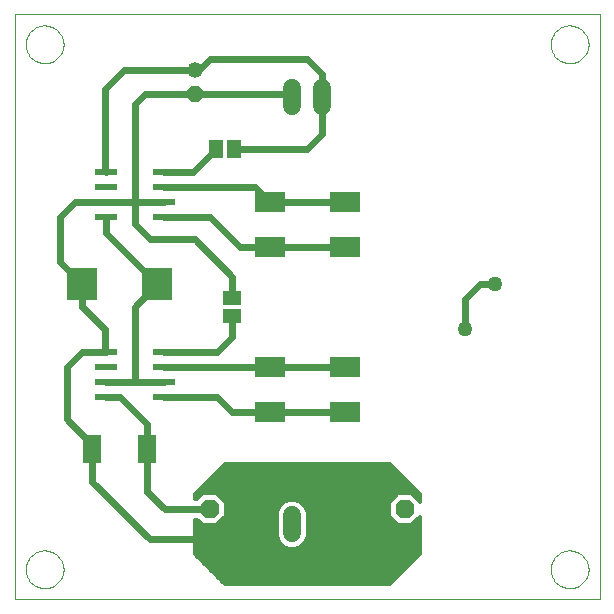
<source format=gbl>
G75*
%MOIN*%
%OFA0B0*%
%FSLAX24Y24*%
%IPPOS*%
%LPD*%
%AMOC8*
5,1,8,0,0,1.08239X$1,22.5*
%
%ADD10C,0.0000*%
%ADD11C,0.0600*%
%ADD12OC8,0.0520*%
%ADD13C,0.0520*%
%ADD14R,0.0780X0.0220*%
%ADD15R,0.0460X0.0630*%
%ADD16R,0.0591X0.0945*%
%ADD17R,0.0630X0.0460*%
%ADD18R,0.0984X0.0669*%
%ADD19OC8,0.0630*%
%ADD20C,0.0630*%
%ADD21R,0.1004X0.1063*%
%ADD22C,0.0240*%
%ADD23C,0.0120*%
%ADD24C,0.0500*%
D10*
X000100Y000100D02*
X000100Y019600D01*
X019600Y019600D01*
X019600Y000100D01*
X000100Y000100D01*
X000470Y001100D02*
X000472Y001150D01*
X000478Y001200D01*
X000488Y001249D01*
X000502Y001297D01*
X000519Y001344D01*
X000540Y001389D01*
X000565Y001433D01*
X000593Y001474D01*
X000625Y001513D01*
X000659Y001550D01*
X000696Y001584D01*
X000736Y001614D01*
X000778Y001641D01*
X000822Y001665D01*
X000868Y001686D01*
X000915Y001702D01*
X000963Y001715D01*
X001013Y001724D01*
X001062Y001729D01*
X001113Y001730D01*
X001163Y001727D01*
X001212Y001720D01*
X001261Y001709D01*
X001309Y001694D01*
X001355Y001676D01*
X001400Y001654D01*
X001443Y001628D01*
X001484Y001599D01*
X001523Y001567D01*
X001559Y001532D01*
X001591Y001494D01*
X001621Y001454D01*
X001648Y001411D01*
X001671Y001367D01*
X001690Y001321D01*
X001706Y001273D01*
X001718Y001224D01*
X001726Y001175D01*
X001730Y001125D01*
X001730Y001075D01*
X001726Y001025D01*
X001718Y000976D01*
X001706Y000927D01*
X001690Y000879D01*
X001671Y000833D01*
X001648Y000789D01*
X001621Y000746D01*
X001591Y000706D01*
X001559Y000668D01*
X001523Y000633D01*
X001484Y000601D01*
X001443Y000572D01*
X001400Y000546D01*
X001355Y000524D01*
X001309Y000506D01*
X001261Y000491D01*
X001212Y000480D01*
X001163Y000473D01*
X001113Y000470D01*
X001062Y000471D01*
X001013Y000476D01*
X000963Y000485D01*
X000915Y000498D01*
X000868Y000514D01*
X000822Y000535D01*
X000778Y000559D01*
X000736Y000586D01*
X000696Y000616D01*
X000659Y000650D01*
X000625Y000687D01*
X000593Y000726D01*
X000565Y000767D01*
X000540Y000811D01*
X000519Y000856D01*
X000502Y000903D01*
X000488Y000951D01*
X000478Y001000D01*
X000472Y001050D01*
X000470Y001100D01*
X000470Y018600D02*
X000472Y018650D01*
X000478Y018700D01*
X000488Y018749D01*
X000502Y018797D01*
X000519Y018844D01*
X000540Y018889D01*
X000565Y018933D01*
X000593Y018974D01*
X000625Y019013D01*
X000659Y019050D01*
X000696Y019084D01*
X000736Y019114D01*
X000778Y019141D01*
X000822Y019165D01*
X000868Y019186D01*
X000915Y019202D01*
X000963Y019215D01*
X001013Y019224D01*
X001062Y019229D01*
X001113Y019230D01*
X001163Y019227D01*
X001212Y019220D01*
X001261Y019209D01*
X001309Y019194D01*
X001355Y019176D01*
X001400Y019154D01*
X001443Y019128D01*
X001484Y019099D01*
X001523Y019067D01*
X001559Y019032D01*
X001591Y018994D01*
X001621Y018954D01*
X001648Y018911D01*
X001671Y018867D01*
X001690Y018821D01*
X001706Y018773D01*
X001718Y018724D01*
X001726Y018675D01*
X001730Y018625D01*
X001730Y018575D01*
X001726Y018525D01*
X001718Y018476D01*
X001706Y018427D01*
X001690Y018379D01*
X001671Y018333D01*
X001648Y018289D01*
X001621Y018246D01*
X001591Y018206D01*
X001559Y018168D01*
X001523Y018133D01*
X001484Y018101D01*
X001443Y018072D01*
X001400Y018046D01*
X001355Y018024D01*
X001309Y018006D01*
X001261Y017991D01*
X001212Y017980D01*
X001163Y017973D01*
X001113Y017970D01*
X001062Y017971D01*
X001013Y017976D01*
X000963Y017985D01*
X000915Y017998D01*
X000868Y018014D01*
X000822Y018035D01*
X000778Y018059D01*
X000736Y018086D01*
X000696Y018116D01*
X000659Y018150D01*
X000625Y018187D01*
X000593Y018226D01*
X000565Y018267D01*
X000540Y018311D01*
X000519Y018356D01*
X000502Y018403D01*
X000488Y018451D01*
X000478Y018500D01*
X000472Y018550D01*
X000470Y018600D01*
X017970Y018600D02*
X017972Y018650D01*
X017978Y018700D01*
X017988Y018749D01*
X018002Y018797D01*
X018019Y018844D01*
X018040Y018889D01*
X018065Y018933D01*
X018093Y018974D01*
X018125Y019013D01*
X018159Y019050D01*
X018196Y019084D01*
X018236Y019114D01*
X018278Y019141D01*
X018322Y019165D01*
X018368Y019186D01*
X018415Y019202D01*
X018463Y019215D01*
X018513Y019224D01*
X018562Y019229D01*
X018613Y019230D01*
X018663Y019227D01*
X018712Y019220D01*
X018761Y019209D01*
X018809Y019194D01*
X018855Y019176D01*
X018900Y019154D01*
X018943Y019128D01*
X018984Y019099D01*
X019023Y019067D01*
X019059Y019032D01*
X019091Y018994D01*
X019121Y018954D01*
X019148Y018911D01*
X019171Y018867D01*
X019190Y018821D01*
X019206Y018773D01*
X019218Y018724D01*
X019226Y018675D01*
X019230Y018625D01*
X019230Y018575D01*
X019226Y018525D01*
X019218Y018476D01*
X019206Y018427D01*
X019190Y018379D01*
X019171Y018333D01*
X019148Y018289D01*
X019121Y018246D01*
X019091Y018206D01*
X019059Y018168D01*
X019023Y018133D01*
X018984Y018101D01*
X018943Y018072D01*
X018900Y018046D01*
X018855Y018024D01*
X018809Y018006D01*
X018761Y017991D01*
X018712Y017980D01*
X018663Y017973D01*
X018613Y017970D01*
X018562Y017971D01*
X018513Y017976D01*
X018463Y017985D01*
X018415Y017998D01*
X018368Y018014D01*
X018322Y018035D01*
X018278Y018059D01*
X018236Y018086D01*
X018196Y018116D01*
X018159Y018150D01*
X018125Y018187D01*
X018093Y018226D01*
X018065Y018267D01*
X018040Y018311D01*
X018019Y018356D01*
X018002Y018403D01*
X017988Y018451D01*
X017978Y018500D01*
X017972Y018550D01*
X017970Y018600D01*
X017970Y001100D02*
X017972Y001150D01*
X017978Y001200D01*
X017988Y001249D01*
X018002Y001297D01*
X018019Y001344D01*
X018040Y001389D01*
X018065Y001433D01*
X018093Y001474D01*
X018125Y001513D01*
X018159Y001550D01*
X018196Y001584D01*
X018236Y001614D01*
X018278Y001641D01*
X018322Y001665D01*
X018368Y001686D01*
X018415Y001702D01*
X018463Y001715D01*
X018513Y001724D01*
X018562Y001729D01*
X018613Y001730D01*
X018663Y001727D01*
X018712Y001720D01*
X018761Y001709D01*
X018809Y001694D01*
X018855Y001676D01*
X018900Y001654D01*
X018943Y001628D01*
X018984Y001599D01*
X019023Y001567D01*
X019059Y001532D01*
X019091Y001494D01*
X019121Y001454D01*
X019148Y001411D01*
X019171Y001367D01*
X019190Y001321D01*
X019206Y001273D01*
X019218Y001224D01*
X019226Y001175D01*
X019230Y001125D01*
X019230Y001075D01*
X019226Y001025D01*
X019218Y000976D01*
X019206Y000927D01*
X019190Y000879D01*
X019171Y000833D01*
X019148Y000789D01*
X019121Y000746D01*
X019091Y000706D01*
X019059Y000668D01*
X019023Y000633D01*
X018984Y000601D01*
X018943Y000572D01*
X018900Y000546D01*
X018855Y000524D01*
X018809Y000506D01*
X018761Y000491D01*
X018712Y000480D01*
X018663Y000473D01*
X018613Y000470D01*
X018562Y000471D01*
X018513Y000476D01*
X018463Y000485D01*
X018415Y000498D01*
X018368Y000514D01*
X018322Y000535D01*
X018278Y000559D01*
X018236Y000586D01*
X018196Y000616D01*
X018159Y000650D01*
X018125Y000687D01*
X018093Y000726D01*
X018065Y000767D01*
X018040Y000811D01*
X018019Y000856D01*
X018002Y000903D01*
X017988Y000951D01*
X017978Y001000D01*
X017972Y001050D01*
X017970Y001100D01*
D11*
X010350Y002300D02*
X010350Y002900D01*
X009350Y002900D02*
X009350Y002300D01*
X009350Y016550D02*
X009350Y017150D01*
X010350Y017150D02*
X010350Y016550D01*
D12*
X006100Y016950D03*
D13*
X006100Y017750D03*
D14*
X005070Y014350D03*
X005070Y013850D03*
X005070Y013350D03*
X005070Y012850D03*
X003130Y012850D03*
X003130Y013350D03*
X003130Y013850D03*
X003130Y014350D03*
X003130Y008350D03*
X003130Y007850D03*
X003130Y007350D03*
X003130Y006850D03*
X005070Y006850D03*
X005070Y007350D03*
X005070Y007850D03*
X005070Y008350D03*
D15*
X006800Y015100D03*
X007400Y015100D03*
D16*
X004506Y005100D03*
X002694Y005100D03*
D17*
X007350Y009550D03*
X007350Y010150D03*
D18*
X008600Y011852D03*
X008600Y013348D03*
X011100Y013348D03*
X011100Y011852D03*
X011100Y007848D03*
X011100Y006352D03*
X008600Y006352D03*
X008600Y007848D03*
D19*
X006600Y003100D03*
X013100Y003100D03*
D20*
X013100Y002100D03*
X006600Y002100D03*
D21*
X004848Y010600D03*
X002352Y010600D03*
D22*
X002352Y009848D01*
X003100Y009100D01*
X003100Y008380D01*
X003130Y008350D01*
X002350Y008350D01*
X001850Y007850D01*
X001850Y006100D01*
X002694Y005256D01*
X002694Y005100D01*
X002694Y004006D01*
X004600Y002100D01*
X006600Y002100D01*
X006600Y003100D02*
X005100Y003100D01*
X004506Y003694D01*
X004506Y005100D01*
X004506Y005944D01*
X003600Y006850D01*
X003130Y006850D01*
X003130Y007350D02*
X004100Y007350D01*
X005070Y007350D01*
X005070Y007850D02*
X008598Y007850D01*
X008600Y007848D01*
X011100Y007848D01*
X011100Y006352D02*
X008600Y006352D01*
X008598Y006350D01*
X007350Y006350D01*
X006850Y006850D01*
X005070Y006850D01*
X004100Y007350D02*
X004100Y009850D01*
X004848Y010598D01*
X004848Y010600D01*
X003130Y012318D01*
X003130Y012850D01*
X003130Y013350D02*
X002100Y013350D01*
X001600Y012850D01*
X001600Y011350D01*
X002350Y010600D01*
X002352Y010600D01*
X004100Y012600D02*
X004100Y013350D01*
X005070Y013350D01*
X005070Y012850D02*
X006600Y012850D01*
X007600Y011850D01*
X008598Y011850D01*
X008600Y011852D01*
X011100Y011852D01*
X011100Y013348D02*
X008600Y013348D01*
X008098Y013850D01*
X005070Y013850D01*
X005070Y014350D02*
X006050Y014350D01*
X006800Y015100D01*
X007400Y015100D02*
X009850Y015100D01*
X010350Y015600D01*
X010350Y016850D01*
X010350Y017100D01*
X010350Y017600D01*
X009850Y018100D01*
X006600Y018100D01*
X006250Y017750D01*
X006100Y017750D01*
X003750Y017750D01*
X003100Y017100D01*
X003100Y014380D01*
X003130Y014350D01*
X003130Y013350D02*
X004100Y013350D01*
X004100Y016600D01*
X004450Y016950D01*
X006100Y016950D01*
X009250Y016950D01*
X009350Y016850D01*
X006100Y012100D02*
X004600Y012100D01*
X004100Y012600D01*
X006100Y012100D02*
X007350Y010850D01*
X007350Y010150D01*
X007350Y009550D02*
X007350Y008850D01*
X006850Y008350D01*
X005070Y008350D01*
X015100Y009100D02*
X015100Y010100D01*
X015600Y010600D01*
X016100Y010600D01*
D23*
X012600Y004600D02*
X013600Y003600D01*
X013600Y003357D01*
X013322Y003635D01*
X012878Y003635D01*
X012565Y003322D01*
X012565Y002878D01*
X012878Y002565D01*
X013322Y002565D01*
X013600Y002843D01*
X013600Y001600D01*
X012600Y000600D01*
X007100Y000600D01*
X006100Y001600D01*
X006100Y002760D01*
X006183Y002760D01*
X006378Y002565D01*
X006822Y002565D01*
X007135Y002878D01*
X007135Y003322D01*
X006822Y003635D01*
X006378Y003635D01*
X006183Y003440D01*
X006100Y003440D01*
X006100Y003600D01*
X007100Y004600D01*
X012600Y004600D01*
X012715Y004485D02*
X006985Y004485D01*
X006866Y004366D02*
X012834Y004366D01*
X012952Y004248D02*
X006748Y004248D01*
X006629Y004129D02*
X013071Y004129D01*
X013189Y004011D02*
X006511Y004011D01*
X006392Y003892D02*
X013308Y003892D01*
X013426Y003774D02*
X006274Y003774D01*
X006155Y003655D02*
X013545Y003655D01*
X013600Y003537D02*
X013420Y003537D01*
X013539Y003418D02*
X013600Y003418D01*
X013582Y002826D02*
X013600Y002826D01*
X013600Y002707D02*
X013464Y002707D01*
X013345Y002589D02*
X013600Y002589D01*
X013600Y002470D02*
X009870Y002470D01*
X009870Y002352D02*
X013600Y002352D01*
X013600Y002233D02*
X009870Y002233D01*
X009870Y002197D02*
X009870Y003003D01*
X009791Y003195D01*
X009645Y003341D01*
X009453Y003420D01*
X009247Y003420D01*
X009055Y003341D01*
X008909Y003195D01*
X008830Y003003D01*
X008830Y002197D01*
X008909Y002005D01*
X009055Y001859D01*
X009247Y001780D01*
X009453Y001780D01*
X009645Y001859D01*
X009791Y002005D01*
X009870Y002197D01*
X009836Y002115D02*
X013600Y002115D01*
X013600Y001996D02*
X009781Y001996D01*
X009663Y001878D02*
X013600Y001878D01*
X013600Y001759D02*
X006100Y001759D01*
X006100Y001641D02*
X013600Y001641D01*
X013522Y001522D02*
X006178Y001522D01*
X006296Y001404D02*
X013404Y001404D01*
X013285Y001285D02*
X006415Y001285D01*
X006533Y001167D02*
X013167Y001167D01*
X013048Y001048D02*
X006652Y001048D01*
X006770Y000930D02*
X012930Y000930D01*
X012811Y000811D02*
X006889Y000811D01*
X007007Y000693D02*
X012693Y000693D01*
X012855Y002589D02*
X009870Y002589D01*
X009870Y002707D02*
X012736Y002707D01*
X012618Y002826D02*
X009870Y002826D01*
X009870Y002944D02*
X012565Y002944D01*
X012565Y003063D02*
X009846Y003063D01*
X009796Y003181D02*
X012565Y003181D01*
X012565Y003300D02*
X009686Y003300D01*
X009458Y003418D02*
X012661Y003418D01*
X012780Y003537D02*
X006920Y003537D01*
X007039Y003418D02*
X009242Y003418D01*
X009014Y003300D02*
X007135Y003300D01*
X007135Y003181D02*
X008904Y003181D01*
X008854Y003063D02*
X007135Y003063D01*
X007135Y002944D02*
X008830Y002944D01*
X008830Y002826D02*
X007082Y002826D01*
X006964Y002707D02*
X008830Y002707D01*
X008830Y002589D02*
X006845Y002589D01*
X006355Y002589D02*
X006100Y002589D01*
X006100Y002707D02*
X006236Y002707D01*
X006100Y002470D02*
X008830Y002470D01*
X008830Y002352D02*
X006100Y002352D01*
X006100Y002233D02*
X008830Y002233D01*
X008864Y002115D02*
X006100Y002115D01*
X006100Y001996D02*
X008919Y001996D01*
X009037Y001878D02*
X006100Y001878D01*
X006100Y003537D02*
X006280Y003537D01*
D24*
X015100Y009100D03*
X016100Y010600D03*
M02*

</source>
